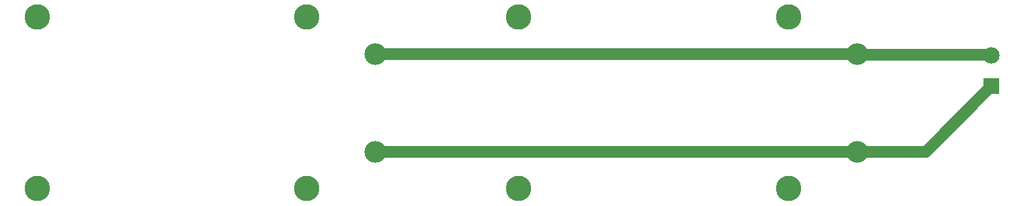
<source format=gtl>
G04*
G04 #@! TF.GenerationSoftware,Altium Limited,Altium Designer,24.0.1 (36)*
G04*
G04 Layer_Physical_Order=1*
G04 Layer_Color=255*
%FSLAX44Y44*%
%MOMM*%
G71*
G04*
G04 #@! TF.SameCoordinates,01A87E56-E8FB-47F9-89C4-8A0F53075384*
G04*
G04*
G04 #@! TF.FilePolarity,Positive*
G04*
G01*
G75*
%ADD11C,1.1430*%
%ADD17C,1.5240*%
%ADD18C,2.8194*%
%ADD19R,2.1500X2.1500*%
%ADD20C,2.1500*%
%ADD21C,3.3020*%
D11*
X1209040Y316297D02*
X1210186Y315152D01*
X1381854D02*
X1383000Y314006D01*
D17*
X1209040Y189298D02*
X1297892D01*
X1383000Y274406D01*
X1210186Y315152D02*
X1381854D01*
X585470Y189298D02*
X1209040D01*
X585470Y316297D02*
X1209040D01*
D18*
Y189298D02*
D03*
Y316297D02*
D03*
X585470Y189298D02*
D03*
Y316297D02*
D03*
D19*
X1383000Y274406D02*
D03*
D20*
Y314006D02*
D03*
D21*
X770890Y141672D02*
D03*
Y363923D02*
D03*
X1120140D02*
D03*
Y141672D02*
D03*
X147320D02*
D03*
Y363923D02*
D03*
X496570D02*
D03*
Y141672D02*
D03*
M02*

</source>
